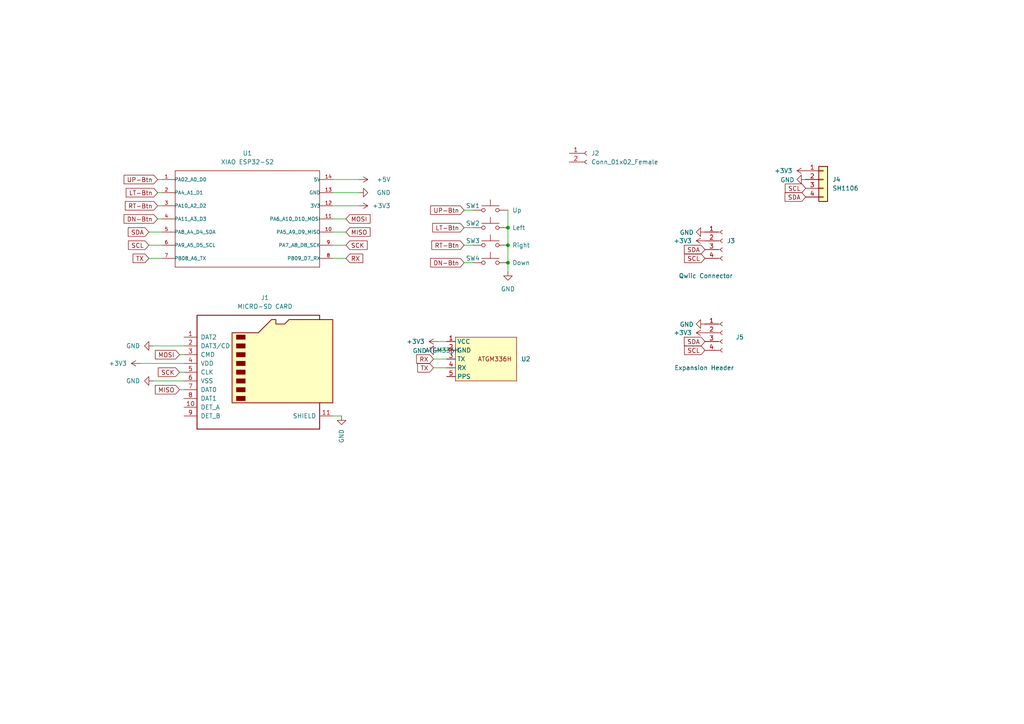
<source format=kicad_sch>
(kicad_sch (version 20230121) (generator eeschema)
  (paper "A4")
  (lib_symbols
    (symbol "Components:ATGM336H_GPS"
      (property "Reference" "U" (at 0 -8.89 0))
      (symbol "ATGM336H_GPS_1_1"
        (rectangle (start -8.89 6.35) (end 8.89 -6.35) (fill (type background)))
        (text "ATGM336H" (at 2.54 0 0) (effects (font (size 1.27 1.27))))
        (pin power_in line (at -11.43 5.08 0) (length 2.54) (name "VCC") (number "1"))
        (pin power_in line (at -11.43 2.54 0) (length 2.54) (name "GND") (number "2"))
        (pin output line (at -11.43 0 0) (length 2.54) (name "TX") (number "3"))
        (pin input line (at -11.43 -2.54 0) (length 2.54) (name "RX") (number "4"))
        (pin output line (at -11.43 -5.08 0) (length 2.54) (name "PPS") (number "5"))
      )
    )
    (symbol "Connector:Conn_01x02_Female" (pin_names (offset 1.016) hide)
      (property "Reference" "J" (at 0 2.54 0))
      (property "Value" "Conn_01x02_Female" (at 0 -5.08 0))
      (symbol "Conn_01x02_Female_1_1"
        (arc (start 0 -2.032) (mid -0.5058 -2.54) (end 0 -3.048) (stroke (width 0.1524)))
        (polyline (pts (xy -1.27 -2.54) (xy -0.508 -2.54)) (stroke (width 0.1524)))
        (polyline (pts (xy -1.27 0) (xy -0.508 0)) (stroke (width 0.1524)))
        (arc (start 0 0.508) (mid -0.5058 0) (end 0 -0.508) (stroke (width 0.1524)))
        (pin passive line (at -5.08 0 0) (length 3.81) (name "Pin_1") (number "1"))
        (pin passive line (at -5.08 -2.54 0) (length 3.81) (name "Pin_2") (number "2"))
      )
    )
    (symbol "Connector:Conn_01x04_Female" (pin_names (offset 1.016) hide)
      (property "Reference" "J" (at 0 5.08 0))
      (property "Value" "Conn_01x04_Female" (at 0 -7.62 0))
      (symbol "Conn_01x04_Female_1_1"
        (arc (start 0 -4.572) (mid -0.5058 -5.08) (end 0 -5.588) (stroke (width 0.1524)))
        (arc (start 0 -2.032) (mid -0.5058 -2.54) (end 0 -3.048) (stroke (width 0.1524)))
        (polyline (pts (xy -1.27 -5.08) (xy -0.508 -5.08)) (stroke (width 0.1524)))
        (polyline (pts (xy -1.27 -2.54) (xy -0.508 -2.54)) (stroke (width 0.1524)))
        (polyline (pts (xy -1.27 0) (xy -0.508 0)) (stroke (width 0.1524)))
        (polyline (pts (xy -1.27 2.54) (xy -0.508 2.54)) (stroke (width 0.1524)))
        (arc (start 0 0.508) (mid -0.5058 0) (end 0 -0.508) (stroke (width 0.1524)))
        (arc (start 0 3.048) (mid -0.5058 2.54) (end 0 2.032) (stroke (width 0.1524)))
        (pin passive line (at -5.08 2.54 0) (length 3.81) (name "Pin_1") (number "1"))
        (pin passive line (at -5.08 0 0) (length 3.81) (name "Pin_2") (number "2"))
        (pin passive line (at -5.08 -2.54 0) (length 3.81) (name "Pin_3") (number "3"))
        (pin passive line (at -5.08 -5.08 0) (length 3.81) (name "Pin_4") (number "4"))
      )
    )
    (symbol "Connector:Micro_SD_Card_Det" (pin_names (offset 1.016))
      (property "Reference" "J" (at -16.51 17.78 0))
      (property "Value" "Micro_SD_Card_Det" (at 16.51 17.78 0))
      (symbol "Micro_SD_Card_Det_0_1"
        (rectangle (start -7.62 -6.985) (end -5.08 -8.255) (fill (type outline)))
        (rectangle (start -7.62 -4.445) (end -5.08 -5.715) (fill (type outline)))
        (rectangle (start -7.62 -1.905) (end -5.08 -3.175) (fill (type outline)))
        (rectangle (start -7.62 0.635) (end -5.08 -0.635) (fill (type outline)))
        (rectangle (start -7.62 3.175) (end -5.08 1.905) (fill (type outline)))
        (rectangle (start -7.62 5.715) (end -5.08 4.445) (fill (type outline)))
        (rectangle (start -7.62 8.255) (end -5.08 6.985) (fill (type outline)))
        (rectangle (start -7.62 10.795) (end -5.08 9.525) (fill (type outline)))
        (polyline (pts (xy 16.51 15.24) (xy 16.51 16.51) (xy -19.05 16.51) (xy -19.05 -16.51) (xy 16.51 -16.51) (xy 16.51 -8.89)) (stroke (width 0.254)))
        (polyline (pts (xy -8.89 -8.89) (xy -8.89 11.43) (xy -1.27 11.43) (xy 2.54 15.24) (xy 3.81 15.24) (xy 3.81 13.97) (xy 6.35 13.97) (xy 7.62 15.24) (xy 20.32 15.24) (xy 20.32 -8.89) (xy -8.89 -8.89)) (stroke (width 0.254)) (fill (type background)))
      )
      (symbol "Micro_SD_Card_Det_1_1"
        (pin bidirectional line (at -22.86 10.16 0) (length 3.81) (name "DAT2") (number "1"))
        (pin passive line (at -22.86 -10.16 0) (length 3.81) (name "DET_A") (number "10"))
        (pin passive line (at 20.32 -12.7 180) (length 3.81) (name "SHIELD") (number "11"))
        (pin bidirectional line (at -22.86 7.62 0) (length 3.81) (name "DAT3/CD") (number "2"))
        (pin input line (at -22.86 5.08 0) (length 3.81) (name "CMD") (number "3"))
        (pin power_in line (at -22.86 2.54 0) (length 3.81) (name "VDD") (number "4"))
        (pin input line (at -22.86 0 0) (length 3.81) (name "CLK") (number "5"))
        (pin power_in line (at -22.86 -2.54 0) (length 3.81) (name "VSS") (number "6"))
        (pin bidirectional line (at -22.86 -5.08 0) (length 3.81) (name "DAT0") (number "7"))
        (pin bidirectional line (at -22.86 -7.62 0) (length 3.81) (name "DAT1") (number "8"))
        (pin passive line (at -22.86 -12.7 0) (length 3.81) (name "DET_B") (number "9"))
      )
    )
    (symbol "Connector_Generic:Conn_01x04" (pin_names (offset 1.016) hide)
      (property "Reference" "J" (at 0 5.08 0))
      (property "Value" "Conn_01x04" (at 0 -7.62 0))
      (symbol "Conn_01x04_1_1"
        (rectangle (start -1.27 -4.953) (end 0 -5.207) (stroke (width 0.1524)))
        (rectangle (start -1.27 -2.413) (end 0 -2.667) (stroke (width 0.1524)))
        (rectangle (start -1.27 0.127) (end 0 -0.127) (stroke (width 0.1524)))
        (rectangle (start -1.27 2.667) (end 0 2.413) (stroke (width 0.1524)))
        (rectangle (start -1.27 3.81) (end 1.27 -6.35) (stroke (width 0.254)) (fill (type background)))
        (pin passive line (at -5.08 2.54 0) (length 3.81) (name "Pin_1") (number "1"))
        (pin passive line (at -5.08 0 0) (length 3.81) (name "Pin_2") (number "2"))
        (pin passive line (at -5.08 -2.54 0) (length 3.81) (name "Pin_3") (number "3"))
        (pin passive line (at -5.08 -5.08 0) (length 3.81) (name "Pin_4") (number "4"))
      )
    )
    (symbol "MOUDLE-SEEEDUINO-XIAO-ESP32S3:MOUDLE-SEEEDUINO-XIAO-ESP32S3" (pin_names (offset 1.016))
      (property "Reference" "U" (at -21.59 15.24 0))
      (property "Value" "MOUDLE-SEEEDUINO-XIAO-ESP32S3" (at -21.59 13.97 0))
      (symbol "MOUDLE-SEEEDUINO-XIAO-ESP32S3_0_0"
        (polyline (pts (xy -21.59 -13.97) (xy -21.59 0)) (stroke (width 0.1524)))
        (polyline (pts (xy -21.59 -11.43) (xy -22.86 -11.43)) (stroke (width 0.1524)))
        (polyline (pts (xy -21.59 -7.62) (xy -22.86 -7.62)) (stroke (width 0.1524)))
        (polyline (pts (xy -21.59 -3.81) (xy -22.86 -3.81)) (stroke (width 0.1524)))
        (polyline (pts (xy -21.59 0) (xy -22.86 0)) (stroke (width 0.1524)))
        (polyline (pts (xy -21.59 0) (xy -21.59 3.81)) (stroke (width 0.1524)))
        (polyline (pts (xy -21.59 3.81) (xy -22.86 3.81)) (stroke (width 0.1524)))
        (polyline (pts (xy -21.59 3.81) (xy -21.59 7.62)) (stroke (width 0.1524)))
        (polyline (pts (xy -21.59 7.62) (xy -22.86 7.62)) (stroke (width 0.1524)))
        (polyline (pts (xy -21.59 7.62) (xy -21.59 11.43)) (stroke (width 0.1524)))
        (polyline (pts (xy -21.59 11.43) (xy -22.86 11.43)) (stroke (width 0.1524)))
        (polyline (pts (xy -21.59 11.43) (xy -21.59 13.97)) (stroke (width 0.1524)))
        (polyline (pts (xy -21.59 13.97) (xy 20.32 13.97)) (stroke (width 0.1524)))
        (polyline (pts (xy 20.32 -13.97) (xy -21.59 -13.97)) (stroke (width 0.1524)))
        (polyline (pts (xy 20.32 3.81) (xy 20.32 -13.97)) (stroke (width 0.1524)))
        (polyline (pts (xy 20.32 7.62) (xy 20.32 3.81)) (stroke (width 0.1524)))
        (polyline (pts (xy 20.32 11.43) (xy 20.32 7.62)) (stroke (width 0.1524)))
        (polyline (pts (xy 20.32 13.97) (xy 20.32 11.43)) (stroke (width 0.1524)))
        (polyline (pts (xy 21.59 -11.43) (xy 20.32 -11.43)) (stroke (width 0.1524)))
        (polyline (pts (xy 21.59 -7.62) (xy 20.32 -7.62)) (stroke (width 0.1524)))
        (polyline (pts (xy 21.59 -3.81) (xy 20.32 -3.81)) (stroke (width 0.1524)))
        (polyline (pts (xy 21.59 0) (xy 20.32 0)) (stroke (width 0.1524)))
        (polyline (pts (xy 21.59 3.81) (xy 20.32 3.81)) (stroke (width 0.1524)))
        (polyline (pts (xy 21.59 7.62) (xy 20.32 7.62)) (stroke (width 0.1524)))
        (polyline (pts (xy 21.59 11.43) (xy 20.32 11.43)) (stroke (width 0.1524)))
        (pin bidirectional line (at -25.4 11.43 0) (length 2.54) (name "PA02_A0_D0") (number "1"))
        (pin bidirectional line (at 24.13 -3.81 180) (length 2.54) (name "PA5_A9_D9_MISO") (number "10"))
        (pin bidirectional line (at 24.13 0 180) (length 2.54) (name "PA6_A10_D10_MOSI") (number "11"))
        (pin bidirectional line (at 24.13 3.81 180) (length 2.54) (name "3V3") (number "12"))
        (pin bidirectional line (at 24.13 7.62 180) (length 2.54) (name "GND") (number "13"))
        (pin bidirectional line (at 24.13 11.43 180) (length 2.54) (name "5V") (number "14"))
        (pin bidirectional line (at -25.4 7.62 0) (length 2.54) (name "PA4_A1_D1") (number "2"))
        (pin bidirectional line (at -25.4 3.81 0) (length 2.54) (name "PA10_A2_D2") (number "3"))
        (pin bidirectional line (at -25.4 0 0) (length 2.54) (name "PA11_A3_D3") (number "4"))
        (pin bidirectional line (at -25.4 -3.81 0) (length 2.54) (name "PA8_A4_D4_SDA") (number "5"))
        (pin bidirectional line (at -25.4 -7.62 0) (length 2.54) (name "PA9_A5_D5_SCL") (number "6"))
        (pin bidirectional line (at -25.4 -11.43 0) (length 2.54) (name "PB08_A6_TX") (number "7"))
        (pin bidirectional line (at 24.13 -11.43 180) (length 2.54) (name "PB09_D7_RX") (number "8"))
        (pin bidirectional line (at 24.13 -7.62 180) (length 2.54) (name "PA7_A8_D8_SCK") (number "9"))
      )
    )
    (symbol "Switch:SW_Push" (pin_numbers hide) (pin_names (offset 1.016) hide)
      (property "Reference" "SW" (at 1.27 2.54 0))
      (property "Value" "SW_Push" (at 0 -1.524 0))
      (symbol "SW_Push_0_1"
        (circle (center -2.032 0) (radius 0.508))
        (polyline (pts (xy 0 1.27) (xy 0 3.048)))
        (polyline (pts (xy 2.54 1.27) (xy -2.54 1.27)))
        (circle (center 2.032 0) (radius 0.508))
        (pin passive line (at -5.08 0 0) (length 2.54) (name "1") (number "1"))
        (pin passive line (at 5.08 0 180) (length 2.54) (name "2") (number "2"))
      )
    )
    (symbol "power:+3V3" (power) (pin_names (offset 0))
      (property "Value" "+3V3" (at 0 3.556 0))
      (symbol "+3V3_0_1"
        (polyline (pts (xy -0.762 1.27) (xy 0 2.54)))
        (polyline (pts (xy 0 0) (xy 0 2.54)))
        (polyline (pts (xy 0 2.54) (xy 0.762 1.27)))
      )
      (symbol "+3V3_1_1"
        (pin power_in line (at 0 0 90) (length 0) hide (name "+3V3") (number "1"))
      )
    )
    (symbol "power:+5V" (power) (pin_names (offset 0))
      (property "Value" "+5V" (at 0 3.556 0))
      (symbol "+5V_0_1"
        (polyline (pts (xy -0.762 1.27) (xy 0 2.54)))
        (polyline (pts (xy 0 0) (xy 0 2.54)))
        (polyline (pts (xy 0 2.54) (xy 0.762 1.27)))
      )
      (symbol "+5V_1_1"
        (pin power_in line (at 0 0 90) (length 0) hide (name "+5V") (number "1"))
      )
    )
    (symbol "power:GND" (power) (pin_names (offset 0))
      (property "Value" "GND" (at 0 -3.81 0))
      (symbol "GND_0_1"
        (polyline (pts (xy 0 0) (xy 0 -1.27) (xy 1.27 -1.27) (xy 0 -2.54) (xy -1.27 -1.27) (xy 0 -1.27)))
      )
      (symbol "GND_1_1"
        (pin power_in line (at 0 0 270) (length 0) hide (name "GND") (number "1"))
      )
    )
  )
  (junction (at 147.32 71.12))
  (junction (at 147.32 66.04))
  (junction (at 147.32 76.2))
  (wire (pts (xy 96.52 63.5) (xy 100.33 63.5)))
  (wire (pts (xy 40.64 105.41) (xy 53.34 105.41)))
  (wire (pts (xy 127 101.6) (xy 129.54 101.6)))
  (wire (pts (xy 52.07 102.87) (xy 53.34 102.87)))
  (wire (pts (xy 45.72 63.5) (xy 46.99 63.5)))
  (wire (pts (xy 44.45 100.33) (xy 53.34 100.33)))
  (wire (pts (xy 44.45 110.49) (xy 53.34 110.49)))
  (wire (pts (xy 43.18 74.93) (xy 46.99 74.93)))
  (wire (pts (xy 134.62 71.12) (xy 137.16 71.12)))
  (wire (pts (xy 96.52 74.93) (xy 100.33 74.93)))
  (wire (pts (xy 52.07 113.03) (xy 53.34 113.03)))
  (wire (pts (xy 96.52 55.88) (xy 104.14 55.88)))
  (wire (pts (xy 134.62 66.04) (xy 137.16 66.04)))
  (wire (pts (xy 43.18 67.31) (xy 46.99 67.31)))
  (wire (pts (xy 125.73 104.14) (xy 129.54 104.14)))
  (wire (pts (xy 127 99.06) (xy 129.54 99.06)))
  (wire (pts (xy 43.18 71.12) (xy 46.99 71.12)))
  (wire (pts (xy 134.62 60.96) (xy 137.16 60.96)))
  (wire (pts (xy 147.32 71.12) (xy 147.32 76.2)))
  (wire (pts (xy 52.07 107.95) (xy 53.34 107.95)))
  (wire (pts (xy 147.32 60.96) (xy 147.32 66.04)))
  (wire (pts (xy 134.62 76.2) (xy 137.16 76.2)))
  (wire (pts (xy 96.52 67.31) (xy 100.33 67.31)))
  (wire (pts (xy 96.52 52.07) (xy 104.14 52.07)))
  (wire (pts (xy 45.72 59.69) (xy 46.99 59.69)))
  (wire (pts (xy 147.32 66.04) (xy 147.32 71.12)))
  (wire (pts (xy 96.52 120.65) (xy 99.06 120.65)))
  (wire (pts (xy 125.73 106.68) (xy 129.54 106.68)))
  (wire (pts (xy 45.72 55.88) (xy 46.99 55.88)))
  (wire (pts (xy 45.72 52.07) (xy 46.99 52.07)))
  (wire (pts (xy 96.52 71.12) (xy 100.33 71.12)))
  (wire (pts (xy 96.52 59.69) (xy 104.14 59.69)))
  (wire (pts (xy 147.32 78.74) (xy 147.32 76.2)))
  (global_label "SDA" (shape input) (at 204.47 99.06 180) (property "Intersheetrefs" "${INTERSHEET_REFS}" (effects hide)))
  (global_label "RT-Btn" (shape input) (at 134.62 71.12 180) (property "Intersheetrefs" "${INTERSHEET_REFS}" (effects hide)))
  (global_label "RX" (shape input) (at 125.73 104.14 180) (property "Intersheetrefs" "${INTERSHEET_REFS}" (effects hide)))
  (global_label "MISO" (shape input) (at 52.07 113.03 180) (property "Intersheetrefs" "${INTERSHEET_REFS}" (effects hide)))
  (global_label "MOSI" (shape input) (at 52.07 102.87 180) (property "Intersheetrefs" "${INTERSHEET_REFS}" (effects hide)))
  (global_label "DN-Btn" (shape input) (at 134.62 76.2 180) (property "Intersheetrefs" "${INTERSHEET_REFS}" (effects hide)))
  (global_label "MOSI" (shape input) (at 100.33 63.5 0) (property "Intersheetrefs" "${INTERSHEET_REFS}" (effects hide)))
  (global_label "SCL" (shape input) (at 233.68 54.61 180) (property "Intersheetrefs" "${INTERSHEET_REFS}" (effects hide)))
  (global_label "RX" (shape input) (at 100.33 74.93 0) (property "Intersheetrefs" "${INTERSHEET_REFS}" (effects hide)))
  (global_label "SCK" (shape input) (at 100.33 71.12 0) (property "Intersheetrefs" "${INTERSHEET_REFS}" (effects hide)))
  (global_label "MISO" (shape input) (at 100.33 67.31 0) (property "Intersheetrefs" "${INTERSHEET_REFS}" (effects hide)))
  (global_label "LT-Btn" (shape input) (at 45.72 55.88 180) (property "Intersheetrefs" "${INTERSHEET_REFS}" (effects hide)))
  (global_label "SDA" (shape input) (at 43.18 67.31 180) (property "Intersheetrefs" "${INTERSHEET_REFS}" (effects hide)))
  (global_label "SDA" (shape input) (at 233.68 57.15 180) (property "Intersheetrefs" "${INTERSHEET_REFS}" (effects hide)))
  (global_label "SDA" (shape input) (at 204.47 72.39 180) (property "Intersheetrefs" "${INTERSHEET_REFS}" (effects hide)))
  (global_label "LT-Btn" (shape input) (at 134.62 66.04 180) (property "Intersheetrefs" "${INTERSHEET_REFS}" (effects hide)))
  (global_label "TX" (shape input) (at 43.18 74.93 180) (property "Intersheetrefs" "${INTERSHEET_REFS}" (effects hide)))
  (global_label "TX" (shape input) (at 125.73 106.68 180) (property "Intersheetrefs" "${INTERSHEET_REFS}" (effects hide)))
  (global_label "RT-Btn" (shape input) (at 45.72 59.69 180) (property "Intersheetrefs" "${INTERSHEET_REFS}" (effects hide)))
  (global_label "SCL" (shape input) (at 204.47 101.6 180) (property "Intersheetrefs" "${INTERSHEET_REFS}" (effects hide)))
  (global_label "SCL" (shape input) (at 204.47 74.93 180) (property "Intersheetrefs" "${INTERSHEET_REFS}" (effects hide)))
  (global_label "SCL" (shape input) (at 43.18 71.12 180) (property "Intersheetrefs" "${INTERSHEET_REFS}" (effects hide)))
  (global_label "SCK" (shape input) (at 52.07 107.95 180) (property "Intersheetrefs" "${INTERSHEET_REFS}" (effects hide)))
  (global_label "DN-Btn" (shape input) (at 45.72 63.5 180) (property "Intersheetrefs" "${INTERSHEET_REFS}" (effects hide)))
  (global_label "UP-Btn" (shape input) (at 134.62 60.96 180) (property "Intersheetrefs" "${INTERSHEET_REFS}" (effects hide)))
  (global_label "UP-Btn" (shape input) (at 45.72 52.07 180) (property "Intersheetrefs" "${INTERSHEET_REFS}" (effects hide)))
  (symbol (lib_id "Switch:SW_Push") (at 142.24 60.96 0) (unit 1)
    (property "Reference" "SW1" (at 137.16 59.69 0))
    (property "Value" "Up" (at 148.59 60.96 0) (effects (justify left)))
  )
  (symbol (lib_id "power:+3V3") (at 204.47 69.85 90) (unit 1)
    (property "Reference" "#PWR06" (effects hide))
    (property "Value" "+3V3" (at 200.66 69.85 90) (effects (justify left)))
  )
  (symbol (lib_id "power:+3V3") (at 104.14 59.69 270) (unit 1)
    (property "Reference" "#PWR013" (effects hide))
    (property "Value" "+3V3" (at 107.95 59.69 90) (effects (justify left)))
  )
  (symbol (lib_id "Connector:Conn_01x04_Female") (at 209.55 69.85 0) (unit 1)
    (property "Reference" "J3" (at 210.82 69.85 0) (effects (justify left)))
    (property "Value" "Qwiic Connector" (at 196.85 80.01 0) (effects (justify left)))
    (property "Footprint" "Connector_JST:JST_SH_SM04B-SRSS-TB_1x04-1MP_P1.00mm_Horizontal" (effects hide))
  )
  (symbol (lib_id "power:+5V") (at 104.14 52.07 270) (unit 1)
    (property "Reference" "#PWR014" (effects hide))
    (property "Value" "+5V" (at 109.22 52.07 90) (effects (justify left)))
  )
  (symbol (lib_id "power:+3V3") (at 204.47 96.52 90) (unit 1)
    (property "Reference" "#PWR08" (effects hide))
    (property "Value" "+3V3" (at 200.66 96.52 90) (effects (justify left)))
  )
  (symbol (lib_id "power:GND") (at 104.14 55.88 90) (unit 1)
    (property "Reference" "#PWR012" (effects hide))
    (property "Value" "GND" (at 109.22 55.88 90) (effects (justify right)))
  )
  (symbol (lib_id "power:GND") (at 233.68 52.07 270) (unit 1)
    (property "Reference" "#PWR09" (effects hide))
    (property "Value" "GND" (at 230.4288 52.197 90) (effects (justify right)))
  )
  (symbol (lib_id "power:GND") (at 127 101.6 270) (unit 1)
    (property "Reference" "#PWR015" (effects hide))
    (property "Value" "GND" (at 123.7488 101.727 90) (effects (justify right)))
  )
  (symbol (lib_id "power:GND") (at 44.45 100.33 270) (unit 1)
    (property "Reference" "#PWR04" (effects hide))
    (property "Value" "GND" (at 40.64 100.33 90) (effects (justify right)))
  )
  (symbol (lib_id "Connector_Generic:Conn_01x04") (at 238.76 52.07 0) (unit 1)
    (property "Reference" "J4" (at 241.427 52.0699 0) (effects (justify left)))
    (property "Value" "SH1106" (at 241.427 54.6099 0) (effects (justify left)))
    (property "Footprint" "Connector_PinHeader_2.54mm:PinHeader_1x04_P2.54mm_Vertical" (effects hide))
  )
  (symbol (lib_id "MOUDLE-SEEEDUINO-XIAO-ESP32S3:MOUDLE-SEEEDUINO-XIAO-ESP32S3") (at 72.39 63.5 0) (unit 1)
    (property "Reference" "U1" (at 71.755 44.45 0))
    (property "Value" "XIAO ESP32-S2" (at 71.755 46.99 0))
    (property "Footprint" "Wardriver-Footprints:MOUDLE14P-SMD-2.54-21X17.8MM" (effects hide))
  )
  (symbol (lib_id "Switch:SW_Push") (at 142.24 76.2 0) (unit 1)
    (property "Reference" "SW4" (at 137.16 74.93 0))
    (property "Value" "Down" (at 148.59 76.2 0) (effects (justify left)))
  )
  (symbol (lib_id "power:GND") (at 147.32 78.74 0) (unit 1)
    (property "Reference" "#PWR01" (effects hide))
    (property "Value" "GND" (at 147.32 83.82 0))
  )
  (symbol (lib_id "power:GND") (at 44.45 110.49 270) (unit 1)
    (property "Reference" "#PWR03" (effects hide))
    (property "Value" "GND" (at 40.64 110.49 90) (effects (justify right)))
  )
  (symbol (lib_id "power:+3V3") (at 127 99.06 90) (unit 1)
    (property "Reference" "#PWR016" (effects hide))
    (property "Value" "+3V3" (at 123.19 99.06 90) (effects (justify left)))
  )
  (symbol (lib_id "Components:ATGM336H_GPS") (at 140.97 104.14 0) (unit 1)
    (property "Reference" "U2" (at 151.13 104.14 0) (effects (justify left)))
    (property "Value" "ATGM336H" (at 128.27 101.6 0))
    (property "Footprint" "Wardriver-Footprints:ATGM336H-GPS" (effects hide))
  )
  (symbol (lib_id "power:GND") (at 204.47 67.31 270) (unit 1)
    (property "Reference" "#PWR05" (effects hide))
    (property "Value" "GND" (at 201.2188 67.437 90) (effects (justify right)))
  )
  (symbol (lib_id "power:+3V3") (at 233.68 49.53 90) (unit 1)
    (property "Reference" "#PWR010" (effects hide))
    (property "Value" "+3V3" (at 229.87 49.53 90) (effects (justify left)))
  )
  (symbol (lib_id "power:GND") (at 99.06 120.65 0) (unit 1)
    (property "Reference" "#PWR011" (effects hide))
    (property "Value" "GND" (at 99.06 124.46 90) (effects (justify right)))
  )
  (symbol (lib_id "power:+3V3") (at 40.64 105.41 90) (unit 1)
    (property "Reference" "#PWR02" (effects hide))
    (property "Value" "+3V3" (at 36.83 105.41 90) (effects (justify left)))
  )
  (symbol (lib_id "Switch:SW_Push") (at 142.24 71.12 0) (unit 1)
    (property "Reference" "SW3" (at 137.16 69.85 0))
    (property "Value" "Right" (at 148.59 71.12 0) (effects (justify left)))
  )
  (symbol (lib_id "Connector:Conn_01x02_Female") (at 170.18 44.45 0) (unit 1)
    (property "Reference" "J2" (at 171.45 44.45 0) (effects (justify left)))
    (property "Value" "Conn_01x02_Female" (at 171.45 46.99 0) (effects (justify left)))
    (property "Footprint" "Connector_JST:JST_PH_S2B-PH-SM4-TB_1x02-1MP_P2.00mm_Horizontal" (effects hide))
  )
  (symbol (lib_id "Connector:Conn_01x04_Female") (at 209.55 96.52 0) (unit 1)
    (property "Reference" "J5" (at 213.36 97.79 0) (effects (justify left)))
    (property "Value" "Expansion Header" (at 195.58 106.68 0) (effects (justify left)))
    (property "Footprint" "Connector_PinHeader_2.54mm:PinHeader_1x04_P2.54mm_Vertical_SMD_Pin1Right" (effects hide))
  )
  (symbol (lib_id "power:GND") (at 204.47 93.98 270) (unit 1)
    (property "Reference" "#PWR07" (effects hide))
    (property "Value" "GND" (at 201.2188 94.107 90) (effects (justify right)))
  )
  (symbol (lib_id "Connector:Micro_SD_Card_Det") (at 76.2 107.95 0) (unit 1)
    (property "Reference" "J1" (at 76.835 86.36 0))
    (property "Value" "MICRO-SD CARD" (at 76.835 88.9 0))
    (property "Footprint" "Wardriver-Footprints:MicroSD" (effects hide))
    (property "Datasheet" "https://www.hirose.com/product/en/download_file/key_name/DM3/category/Catalog/doc_file_id/49662/?file_category_id=4&item_id=195&is_series=1" (effects hide))
  )
  (symbol (lib_id "Switch:SW_Push") (at 142.24 66.04 0) (unit 1)
    (property "Reference" "SW2" (at 137.16 64.77 0))
    (property "Value" "Left" (at 148.59 66.04 0) (effects (justify left)))
  )
)
</source>
